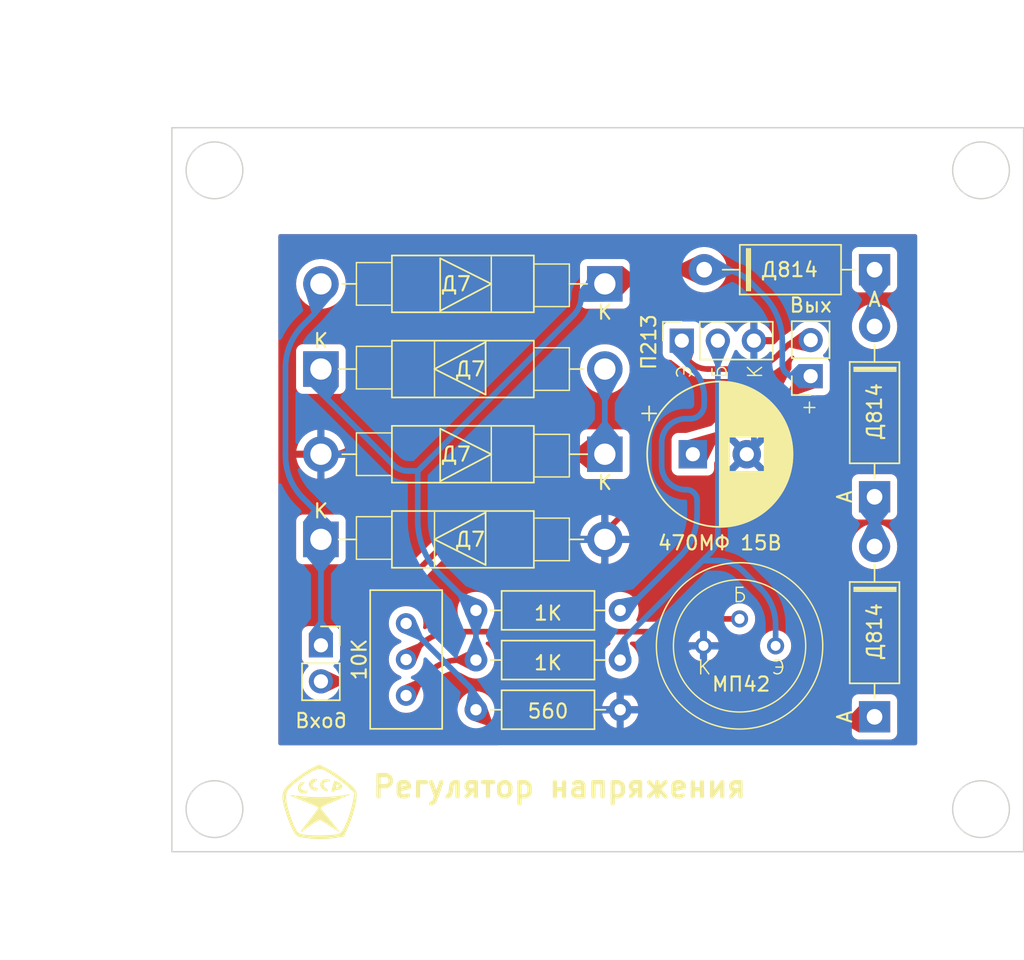
<source format=kicad_pcb>
(kicad_pcb (version 20240108) (generator "pcbnew") (generator_version "8.0")
  (layers (0 "F.Cu" signal) (31 "B.Cu" signal) (34 "B.Paste" user) (35 "F.Paste" user) (36 "B.SilkS" user "B.Silkscreen") (37 "F.SilkS" user "F.Silkscreen") (38 "B.Mask" user) (39 "F.Mask" user) (44 "Edge.Cuts" user))
  (net 0 "")
  (net 1 "Net-(D1-A)")
  (net 2 "Net-(D1-K)")
  (net 3 "+12V")
  (net 4 "-12V")
  (net 5 "Net-(J2-Pin_1)")
  (net 6 "Net-(J2-Pin_2)")
  (net 7 "Net-(Q1-B)")
  (net 8 "Net-(D3-K)")
  (net 9 "Net-(D4-K)")
  (net 10 "Net-(D2-A)")
  (footprint "Potentiometer_THT:Potentiometer_Bourns_3296W_Vertical" (layer "F.Cu") (at 115.5 107.42 90)
    (property "Reference" "RV1" (hide yes))
    (property "Value" "10K" (at -2.54 -3.3 90) (layer "F.SilkS"))
    (pad "1" thru_hole circle (at 0 0 90) (size 1.44 1.44) (drill 0.8) (layers "*.Cu" "*.Mask") (net 1 "Net-(D1-A)"))
    (pad "2" thru_hole circle (at -2.54 0 90) (size 1.44 1.44) (drill 0.8) (layers "*.Cu" "*.Mask") (net 7 "Net-(Q1-B)"))
    (pad "3" thru_hole circle (at -5.08 0 90) (size 1.44 1.44) (drill 0.8) (layers "*.Cu" "*.Mask") (net 3 "+12V"))
  )
  (footprint "Soviet:D2" (layer "F.Cu") (at 129.5 83.5 180)
    (property "Reference" "Д7" (at 10.5 0 0) (layer "F.SilkS"))
    (property "Value" "D224" (hide yes))
    (fp_text user "K" (at 0 -2 0) (layer "F.SilkS"))
    (pad "1" thru_hole oval (at 20 0 180) (size 2.5 2.5) (drill 1.5) (layers "*.Cu" "*.Mask") (net 8 "Net-(D3-K)"))
    (pad "2" thru_hole rect (at 0 0 180) (size 2.5 2.5) (drill 1.5) (layers "*.Cu" "*.Mask") (net 3 "+12V"))
  )
  (footprint "Soviet:D2" (layer "F.Cu") (at 109.5 89.5)
    (property "Reference" "Д7" (at 10.5 0 0) (layer "F.SilkS"))
    (property "Value" "D224" (hide yes))
    (fp_text user "K" (at 0 -2 0) (layer "F.SilkS"))
    (pad "1" thru_hole oval (at 20 0) (size 2.5 2.5) (drill 1.5) (layers "*.Cu" "*.Mask") (net 9 "Net-(D4-K)"))
    (pad "2" thru_hole rect (at 0 0) (size 2.5 2.5) (drill 1.5) (layers "*.Cu" "*.Mask") (net 3 "+12V"))
  )
  (footprint "Resistor_THT:R_Axial_DIN0207_L6.3mm_D2.5mm_P10.16mm_Horizontal" (layer "F.Cu") (at 120.42 106.5)
    (property "Reference" "R3" (hide yes))
    (property "Value" "1K" (at 5.08 0.2 0) (layer "F.SilkS"))
    (pad "1" thru_hole circle (at 0 0) (size 1.6 1.6) (drill 0.8) (layers "*.Cu" "*.Mask") (net 3 "+12V"))
    (pad "2" thru_hole oval (at 10.16 0) (size 1.6 1.6) (drill 0.8) (layers "*.Cu" "*.Mask") (net 5 "Net-(J2-Pin_1)"))
  )
  (footprint "Soviet:D9" (layer "F.Cu") (at 148.5 114 90)
    (property "Reference" "Д814" (at 6 0 90) (layer "F.SilkS"))
    (property "Value" "D224")
    (fp_text user "A" (at 0 -2.1 90) (layer "F.SilkS"))
    (pad "1" thru_hole rect (at 0 0 90) (size 2.2 2.2) (drill 1.1) (layers "*.Cu" "*.Mask") (net 1 "Net-(D1-A)"))
    (pad "2" thru_hole oval (at 12 0 90) (size 2.2 2.2) (drill 1.1) (layers "*.Cu" "*.Mask") (net 2 "Net-(D1-K)"))
  )
  (footprint "Connector_PinSocket_2.54mm:PinSocket_1x02_P2.54mm_Vertical" (layer "F.Cu") (at 109.5 108.96)
    (property "Reference" "J1" (hide yes))
    (property "Value" "Bxoд" (at 0 5.31 0) (layer "F.SilkS"))
    (pad "1" thru_hole rect (at 0 0) (size 1.7 1.7) (drill 1) (layers "*.Cu" "*.Mask") (net 8 "Net-(D3-K)"))
    (pad "2" thru_hole oval (at 0 2.54) (size 1.7 1.7) (drill 1) (layers "*.Cu" "*.Mask") (net 9 "Net-(D4-K)"))
  )
  (footprint "Soviet:D2" (layer "F.Cu") (at 109.5 101.5)
    (property "Reference" "D6" (hide yes))
    (property "Value" "Д7" (at 10.5 0 0) (layer "F.SilkS"))
    (fp_text user "K" (at 0 -2 0) (layer "F.SilkS"))
    (pad "1" thru_hole oval (at 20 0) (size 2.5 2.5) (drill 1.5) (layers "*.Cu" "*.Mask") (net 4 "-12V"))
    (pad "2" thru_hole rect (at 0 0) (size 2.5 2.5) (drill 1.5) (layers "*.Cu" "*.Mask") (net 8 "Net-(D3-K)"))
  )
  (footprint "Resistor_THT:R_Axial_DIN0207_L6.3mm_D2.5mm_P10.16mm_Horizontal" (layer "F.Cu") (at 120.42 113.5)
    (property "Reference" "R1" (hide yes))
    (property "Value" "560" (at 5.08 0.1 0) (layer "F.SilkS"))
    (pad "1" thru_hole circle (at 0 0) (size 1.6 1.6) (drill 0.8) (layers "*.Cu" "*.Mask") (net 1 "Net-(D1-A)"))
    (pad "2" thru_hole oval (at 10.16 0) (size 1.6 1.6) (drill 0.8) (layers "*.Cu" "*.Mask") (net 4 "-12V"))
  )
  (footprint "Resistor_THT:R_Axial_DIN0207_L6.3mm_D2.5mm_P10.16mm_Horizontal" (layer "F.Cu") (at 120.42 110)
    (property "Reference" "R2" (hide yes))
    (property "Value" "1K" (at 5.08 0.2 0) (layer "F.SilkS"))
    (pad "1" thru_hole circle (at 0 0) (size 1.6 1.6) (drill 0.8) (layers "*.Cu" "*.Mask") (net 3 "+12V"))
    (pad "2" thru_hole oval (at 10.16 0) (size 1.6 1.6) (drill 0.8) (layers "*.Cu" "*.Mask") (net 6 "Net-(J2-Pin_2)"))
  )
  (footprint "LOGO" (layer "F.Cu") (at 109.4 120)
    (property "Reference" "G***" (hide yes))
    (property "Value" "LOGO" (hide yes))
  )
  (footprint "Soviet:D9" (layer "F.Cu") (at 148.5 82.5 180)
    (property "Reference" "Д814" (at 6 0 180) (layer "F.SilkS"))
    (property "Value" "D224" (hide yes))
    (fp_text user "A" (at 0 -2.1 180) (layer "F.SilkS"))
    (pad "1" thru_hole rect (at 0 0 180) (size 2.2 2.2) (drill 1.1) (layers "*.Cu" "*.Mask") (net 10 "Net-(D2-A)"))
    (pad "2" thru_hole oval (at 12 0 180) (size 2.2 2.2) (drill 1.1) (layers "*.Cu" "*.Mask") (net 3 "+12V"))
  )
  (footprint "Connector_PinSocket_2.54mm:PinSocket_1x03_P2.54mm_Vertical" (layer "F.Cu") (at 134.92 87.5 90)
    (property "Reference" "J2" (hide yes))
    (property "Value" "П213" (at -0.1 -2.32 90) (layer "F.SilkS"))
    (fp_text user "Б" (at -2.75 3.25 90) (layer "F.SilkS") (effects (font (thickness 0.1)) (justify left bottom)))
    (fp_text user "К" (at -2.75 5.75 90) (layer "F.SilkS") (effects (font (thickness 0.1)) (justify left bottom)))
    (fp_text user "Э" (at -2.75 0.75 90) (layer "F.SilkS") (effects (font (thickness 0.1)) (justify left bottom)))
    (pad "1" thru_hole rect (at 0 0 90) (size 1.7 1.7) (drill 1) (layers "*.Cu" "*.Mask") (net 5 "Net-(J2-Pin_1)"))
    (pad "2" thru_hole oval (at 0 2.54 90) (size 1.7 1.7) (drill 1) (layers "*.Cu" "*.Mask") (net 6 "Net-(J2-Pin_2)"))
    (pad "3" thru_hole oval (at 0 5.08 90) (size 1.7 1.7) (drill 1) (layers "*.Cu" "*.Mask") (net 4 "-12V"))
  )
  (footprint "Connector_PinSocket_2.54mm:PinSocket_1x02_P2.54mm_Vertical" (layer "F.Cu") (at 144 90 180)
    (property "Reference" "J3" (hide yes))
    (property "Value" "Вых" (at 0 5 0) (layer "F.SilkS"))
    (fp_text user "+" (at -0.6 -1.7 180) (layer "F.SilkS") (effects (font (thickness 0.1)) (justify left bottom)))
    (pad "1" thru_hole rect (at 0 0 180) (size 1.7 1.7) (drill 1) (layers "*.Cu" "*.Mask") (net 3 "+12V"))
    (pad "2" thru_hole oval (at 0 2.54 180) (size 1.7 1.7) (drill 1) (layers "*.Cu" "*.Mask") (net 5 "Net-(J2-Pin_1)"))
  )
  (footprint "Soviet:D9" (layer "F.Cu") (at 148.5 98.5 90)
    (property "Reference" "Д814" (at 6 0 90) (layer "F.SilkS"))
    (property "Value" "D224")
    (fp_text user "A" (at 0 -2.1 90) (layer "F.SilkS"))
    (pad "1" thru_hole rect (at 0 0 90) (size 2.2 2.2) (drill 1.1) (layers "*.Cu" "*.Mask") (net 2 "Net-(D1-K)"))
    (pad "2" thru_hole oval (at 12 0 90) (size 2.2 2.2) (drill 1.1) (layers "*.Cu" "*.Mask") (net 10 "Net-(D2-A)"))
  )
  (footprint "Soviet:D2" (layer "F.Cu") (at 129.5 95.5 180)
    (property "Reference" "D5" (hide yes))
    (property "Value" "Д7" (at 10.5 0 0) (layer "F.SilkS"))
    (fp_text user "K" (at 0 -2 0) (layer "F.SilkS"))
    (pad "1" thru_hole oval (at 20 0 180) (size 2.5 2.5) (drill 1.5) (layers "*.Cu" "*.Mask") (net 4 "-12V"))
    (pad "2" thru_hole rect (at 0 0 180) (size 2.5 2.5) (drill 1.5) (layers "*.Cu" "*.Mask") (net 9 "Net-(D4-K)"))
  )
  (footprint "Capacitor_THT:CP_Radial_D10.0mm_P3.80mm" (layer "F.Cu") (at 135.7 95.5)
    (property "Reference" "C1" (hide yes))
    (property "Value" "470MФ 15B" (at 1.9 6.25 0) (layer "F.SilkS"))
    (pad "1" thru_hole rect (at 0 0) (size 2 2) (drill 1) (layers "*.Cu" "*.Mask") (net 3 "+12V"))
    (pad "2" thru_hole circle (at 3.8 0) (size 2 2) (drill 1) (layers "*.Cu" "*.Mask") (net 4 "-12V"))
  )
  (footprint "Soviet:Soviet-MP38" (layer "F.Cu") (at 136.45 109)
    (property "Reference" "Q1" (hide yes))
    (property "Value" "MП42" (at 2.65 2.7 0) (layer "F.SilkS"))
    (fp_text user "Б" (at 2 -3 0) (layer "F.SilkS") (effects (font (thickness 0.1)) (justify left bottom)))
    (fp_text user "К" (at -0.5 2.1 0) (layer "F.SilkS") (effects (font (thickness 0.1)) (justify left bottom)))
    (fp_text user "Э" (at 4.7 2.1 0) (layer "F.SilkS") (effects (font (thickness 0.1)) (justify left bottom)))
    (pad "1" thru_hole oval (at 0 0) (size 1.2 1.2) (drill 0.7) (layers "*.Cu" "*.Mask") (net 4 "-12V"))
    (pad "2" thru_hole oval (at 2.54 -1.9) (size 1.2 1.2) (drill 0.7) (layers "*.Cu" "*.Mask") (net 7 "Net-(Q1-B)"))
    (pad "3" thru_hole oval (at 5.08 0) (size 1.2 1.2) (drill 0.7) (layers "*.Cu" "*.Mask") (net 6 "Net-(J2-Pin_2)"))
  )
  (gr_line (start 159 72.5) (end 99 72.5) (stroke (width 0.1)) (layer "Edge.Cuts"))
  (gr_circle (center 156 75.5) (end 158 75.5) (stroke (width 0.1)) (fill none) (layer "Edge.Cuts"))
  (gr_line (start 159 123.5) (end 159 72.5) (stroke (width 0.1)) (layer "Edge.Cuts"))
  (gr_circle (center 102 120.5) (end 104 120.5) (stroke (width 0.1)) (fill none) (layer "Edge.Cuts"))
  (gr_circle (center 156 120.5) (end 158 120.5) (stroke (width 0.1)) (fill none) (layer "Edge.Cuts"))
  (gr_circle (center 102 75.5) (end 104 75.5) (stroke (width 0.1)) (fill none) (layer "Edge.Cuts"))
  (gr_line (start 99 123.5) (end 159 123.5) (stroke (width 0.1)) (layer "Edge.Cuts"))
  (gr_line (start 99 72.5) (end 99 123.5) (stroke (width 0.1)) (layer "Edge.Cuts"))
  (gr_text "Регулятор напряжения" (at 113 119.8 0) (layer "F.SilkS") (effects (font (size 1.5 1.5) (thickness 0.3) (bold yes)) (justify left bottom)))
  (segment (start 121.42 114.5) (end 120.42 113.5) (width 0.4) (layer "F.Cu") (net 1))
  (segment (start 144.437639 115.5) (end 123.834213 115.5) (width 0.4) (layer "F.Cu") (net 1))
  (segment (start 147.74915 114) (end 148.5 114) (width 0.4) (layer "F.Cu") (net 1))
  (segment (start 146.467368 114.530931) (end 146.2483 114.75) (width 0.4) (layer "F.Cu") (net 1))
  (arc (start 146.2483 114.75) (mid 145.417561 115.305081) (end 144.437639 115.5) (width 0.4) (layer "F.Cu") (net 1))
  (arc (start 147.74915 114) (mid 147.055454 114.137984) (end 146.467368 114.530931) (width 0.4) (layer "F.Cu") (net 1))
  (arc (start 121.42 114.5) (mid 122.52765 115.240108) (end 123.834213 115.5) (width 0.4) (layer "F.Cu") (net 1))
  (segment (start 120.009878 111.929878) (end 115.5 107.42) (width 0.4) (layer "B.Cu") (net 1))
  (segment (start 120.42 112.92) (end 120.42 113.5) (width 0.4) (layer "B.Cu") (net 1))
  (arc (start 120.009878 111.929878) (mid 120.313412 112.384149) (end 120.42 112.92) (width 0.4) (layer "B.Cu") (net 1))
  (segment (start 148.5 98.5) (end 148.5 102) (width 0.4) (layer "B.Cu") (net 2))
  (segment (start 117.1444 110.855599) (end 115.5 112.5) (width 0.4) (layer "F.Cu") (net 3))
  (segment (start 135.85 95.5) (end 135.7 95.5) (width 0.4) (layer "F.Cu") (net 3))
  (segment (start 130.444593 83.5) (end 129.5 83.5) (width 0.4) (layer "F.Cu") (net 3))
  (segment (start 136.106066 95.393933) (end 139.116116 92.383883) (width 0.4) (layer "F.Cu") (net 3))
  (segment (start 119.21 110) (end 120.42 110) (width 0.4) (layer "F.Cu") (net 3))
  (segment (start 132.858806 82.5) (end 136.5 82.5) (width 0.4) (layer "F.Cu") (net 3))
  (segment (start 141.439339 91.5) (end 141.25 91.5) (width 0.4) (layer "F.Cu") (net 3))
  (segment (start 143.25 90.75) (end 144 90) (width 0.4) (layer "F.Cu") (net 3))
  (arc (start 132.858806 82.5) (mid 132.205525 82.629945) (end 131.6517 83) (width 0.4) (layer "F.Cu") (net 3))
  (arc (start 136.106066 95.393933) (mid 135.988581 95.472434) (end 135.85 95.5) (width 0.4) (layer "F.Cu") (net 3))
  (arc (start 131.6517 83) (mid 131.097874 83.370054) (end 130.444593 83.5) (width 0.4) (layer "F.Cu") (net 3))
  (arc (start 141.25 91.5) (mid 140.09515 91.729713) (end 139.116116 92.383883) (width 0.4) (layer "F.Cu") (net 3))
  (arc (start 143.25 90.75) (mid 142.419261 91.305081) (end 141.439339 91.5) (width 0.4) (layer "F.Cu") (net 3))
  (arc (start 119.21 110) (mid 118.092105 110.222362) (end 117.1444 110.855599) (width 0.4) (layer "F.Cu") (net 3))
  (segment (start 120.42 106.5) (end 120.42 110) (width 0.4) (layer "B.Cu") (net 3))
  (segment (start 137.685175 82.5) (end 136.5 82.5) (width 0.4) (layer "B.Cu") (net 3))
  (segment (start 116.32 96.68) (end 127.264335 85.735664) (width 0.4) (layer "B.Cu") (net 3))
  (segment (start 142 89.146446) (end 142 87.564825) (width 0.4) (layer "B.Cu") (net 3))
  (segment (start 128.67415 83.5) (end 129.5 83.5) (width 0.4) (layer "B.Cu") (net 3))
  (segment (start 116.32 96.68) (end 115.67415 96.68) (width 0.4) (layer "B.Cu") (net 3))
  (segment (start 142.853553 90) (end 144 90) (width 0.4) (layer "B.Cu") (net 3))
  (segment (start 116.32 96.68) (end 116.32 100.146036) (width 0.4) (layer "B.Cu") (net 3))
  (segment (start 117.913792 103.993792) (end 120.42 106.5) (width 0.4) (layer "B.Cu") (net 3))
  (segment (start 139.708395 83.338045) (end 140.631624 84.261274) (width 0.4) (layer "B.Cu") (net 3))
  (segment (start 109.5 90.32585) (end 109.5 89.5) (width 0.4) (layer "B.Cu") (net 3))
  (segment (start 110.083964 91.735664) (end 114.571615 96.223315) (width 0.4) (layer "B.Cu") (net 3))
  (arc (start 127.8483 84.32585) (mid 127.696532 85.088835) (end 127.264335 85.735664) (width 0.4) (layer "B.Cu") (net 3))
  (arc (start 139.708395 83.338045) (mid 138.780133 82.7178) (end 137.685175 82.5) (width 0.4) (layer "B.Cu") (net 3))
  (arc (start 140.631624 84.261274) (mid 141.64437 85.776956) (end 142 87.564825) (width 0.4) (layer "B.Cu") (net 3))
  (arc (start 109.5 90.32585) (mid 109.651767 91.088835) (end 110.083964 91.735664) (width 0.4) (layer "B.Cu") (net 3))
  (arc (start 128.67415 83.5) (mid 128.090185 83.741885) (end 127.8483 84.32585) (width 0.4) (layer "B.Cu") (net 3))
  (arc (start 142.25 89.75) (mid 142.526912 89.935027) (end 142.853553 90) (width 0.4) (layer "B.Cu") (net 3))
  (arc (start 114.571615 96.223315) (mid 115.077462 96.561311) (end 115.67415 96.68) (width 0.4) (layer "B.Cu") (net 3))
  (arc (start 142 89.146446) (mid 142.064972 89.473087) (end 142.25 89.75) (width 0.4) (layer "B.Cu") (net 3))
  (arc (start 116.32 100.146036) (mid 116.734213 102.228426) (end 117.913792 103.993792) (width 0.4) (layer "B.Cu") (net 3))
  (segment (start 138.06066 96.939339) (end 139.5 95.5) (width 0.4) (layer "F.Cu") (net 4))
  (segment (start 132.60445 95.05295) (end 132.60445 95.50145) (width 0.4) (layer "F.Cu") (net 4))
  (segment (start 133.302225 97.302225) (end 132.994419 96.994419) (width 0.4) (layer "F.Cu") (net 4))
  (segment (start 110.32585 95.5) (end 109.5 95.5) (width 0.4) (layer "F.Cu") (net 4))
  (segment (start 129.676776 100.823223) (end 131.758007 98.741992) (width 0.4) (layer "F.Cu") (net 4))
  (segment (start 111.735664 94.916035) (end 112.6517 94) (width 0.4) (layer "F.Cu") (net 4))
  (segment (start 132.60445 96.05295) (end 132.60445 95.50145) (width 0.4) (layer "F.Cu") (net 4))
  (segment (start 131.552225 93.552225) (end 132.287312 94.287312) (width 0.4) (layer "F.Cu") (net 4))
  (segment (start 116.27302 92.5) (end 129.011929 92.5) (width 0.4) (layer "F.Cu") (net 4))
  (segment (start 132.60445 96.6985) (end 132.60445 95.50145) (width 0.4) (layer "F.Cu") (net 4))
  (segment (start 129.5 101.25) (end 129.5 101.5) (width 0.4) (layer "F.Cu") (net 4))
  (segment (start 135.5 98) (end 134.986802 98) (width 0.4) (layer "F.Cu") (net 4))
  (arc (start 132.60445 96.6985) (mid 132.384466 97.804429) (end 131.758007 98.741992) (width 0.4) (layer "F.Cu") (net 4))
  (arc (start 132.60445 96.05295) (mid 132.705799 96.562469) (end 132.994419 96.994419) (width 0.4) (layer "F.Cu") (net 4))
  (arc (start 116.27302 92.5) (mid 114.313175 92.889837) (end 112.6517 94) (width 0.4) (layer "F.Cu") (net 4))
  (arc (start 129.676776 100.823223) (mid 129.545942 101.01903) (end 129.5 101.25) (width 0.4) (layer "F.Cu") (net 4))
  (arc (start 111.735664 94.916035) (mid 111.088835 95.348232) (end 110.32585 95.5) (width 0.4) (layer "F.Cu") (net 4))
  (arc (start 131.552225 93.552225) (mid 130.386727 92.773464) (end 129.011929 92.5) (width 0.4) (layer "F.Cu") (net 4))
  (arc (start 138.06066 96.939339) (mid 136.885819 97.724343) (end 135.5 98) (width 0.4) (layer "F.Cu") (net 4))
  (arc (start 133.302225 97.302225) (mid 134.075115 97.818654) (end 134.986802 98) (width 0.4) (layer "F.Cu") (net 4))
  (arc (start 132.287312 94.287312) (mid 132.522028 94.638589) (end 132.60445 95.05295) (width 0.4) (layer "F.Cu") (net 4))
  (segment (start 139.75 95.25) (end 139.5 95.5) (width 0.4) (layer "B.Cu") (net 4))
  (segment (start 135.94915 109) (end 136.45 109) (width 0.4) (layer "B.Cu") (net 4))
  (segment (start 132.705078 111.743221) (end 135.094145 109.354154) (width 0.4) (layer "B.Cu") (net 4))
  (segment (start 130.58 112.2983) (end 130.58 113.5) (width 0.4) (layer "B.Cu") (net 4))
  (segment (start 129.3261 103.448565) (end 129.3261 110.157758) (width 0.4) (layer "B.Cu") (net 4))
  (segment (start 129.5 103.028734) (end 129.5 101.5) (width 0.4) (layer "B.Cu") (net 4))
  (segment (start 131.365 112.2983) (end 130.58 112.2983) (width 0.4) (layer "B.Cu") (net 4))
  (segment (start 130.58 112.2983) (end 129.95305 111.67135) (width 0.4) (layer "B.Cu") (net 4))
  (segment (start 140 94.646446) (end 140 87.5) (width 0.4) (layer "B.Cu") (net 4))
  (arc (start 140 94.646446) (mid 139.935027 94.973087) (end 139.75 95.25) (width 0.4) (layer "B.Cu") (net 4))
  (arc (start 129.41305 103.23865) (mid 129.348697 103.334959) (end 129.3261 103.448565) (width 0.4) (layer "B.Cu") (net 4))
  (arc (start 132.705078 111.743221) (mid 132.090245 112.154039) (end 131.365 112.2983) (width 0.4) (layer "B.Cu") (net 4))
  (arc (start 135.94915 109) (mid 135.486424 109.092041) (end 135.094145 109.354154) (width 0.4) (layer "B.Cu") (net 4))
  (arc (start 129.5 103.028734) (mid 129.477402 103.142339) (end 129.41305 103.23865) (width 0.4) (layer "B.Cu") (net 4))
  (arc (start 129.3261 110.157758) (mid 129.489038 110.976908) (end 129.95305 111.67135) (width 0.4) (layer "B.Cu") (net 4))
  (segment (start 139.265802 89.5) (end 136.763675 89.5) (width 0.4) (layer "F.Cu") (net 5))
  (segment (start 143.37415 87.46) (end 144 87.46) (width 0.4) (layer "F.Cu") (net 5))
  (segment (start 135.245269 88.745269) (end 135.46 88.96) (width 0.4) (layer "F.Cu") (net 5))
  (segment (start 141.728299 88.479999) (end 142.305757 87.902542) (width 0.4) (layer "F.Cu") (net 5))
  (segment (start 134.92 87.96) (end 134.92 87.5) (width 0.4) (layer "F.Cu") (net 5))
  (arc (start 143.37415 87.46) (mid 142.795939 87.575012) (end 142.305757 87.902542) (width 0.4) (layer "F.Cu") (net 5))
  (arc (start 141.728299 88.479999) (mid 140.598496 89.23491) (end 139.265802 89.5) (width 0.4) (layer "F.Cu") (net 5))
  (arc (start 134.92 87.96) (mid 135.004534 88.384984) (end 135.245269 88.745269) (width 0.4) (layer "F.Cu") (net 5))
  (arc (start 135.46 88.96) (mid 136.058131 89.359658) (end 136.763675 89.5) (width 0.4) (layer "F.Cu") (net 5))
  (segment (start 136 99.75) (end 136 98.75) (width 0.4) (layer "B.Cu") (net 5))
  (segment (start 130.79 106.5) (end 130.58 106.5) (width 0.4) (layer "B.Cu") (net 5))
  (segment (start 135.71 89.5417) (end 135.362542 89.194242) (width 0.4) (layer "B.Cu") (net 5))
  (segment (start 135.207106 98) (end 135.25 98) (width 0.4) (layer "B.Cu") (net 5))
  (segment (start 134.92 88.12585) (end 134.92 87.5) (width 0.4) (layer "B.Cu") (net 5))
  (segment (start 134.762563 102.737436) (end 131.148492 106.351507) (width 0.4) (layer "B.Cu") (net 5))
  (segment (start 133.5 94.707106) (end 133.5 96.292893) (width 0.4) (layer "B.Cu") (net 5))
  (segment (start 136.5 92) (end 136.5 91.448928) (width 0.4) (layer "B.Cu") (net 5))
  (segment (start 135.207106 93) (end 135.5 93) (width 0.4) (layer "B.Cu") (net 5))
  (arc (start 136 99.75) (mid 135.6784 101.366788) (end 134.762563 102.737436) (width 0.4) (layer "B.Cu") (net 5))
  (arc (start 133.5 96.292893) (mid 133.629945 96.946174) (end 134 97.5) (width 0.4) (layer "B.Cu") (net 5))
  (arc (start 135.207106 93) (mid 134.553825 93.129945) (end 134 93.5) (width 0.4) (layer "B.Cu") (net 5))
  (arc (start 134 93.5) (mid 133.629945 94.053825) (end 133.5 94.707106) (width 0.4) (layer "B.Cu") (net 5))
  (arc (start 134.92 88.12585) (mid 135.035012 88.704059) (end 135.362542 89.194242) (width 0.4) (layer "B.Cu") (net 5))
  (arc (start 136 98.75) (mid 135.78033 98.219669) (end 135.25 98) (width 0.4) (layer "B.Cu") (net 5))
  (arc (start 134 97.5) (mid 134.553825 97.870054) (end 135.207106 98) (width 0.4) (layer "B.Cu") (net 5))
  (arc (start 136.5 92) (mid 136.207106 92.707106) (end 135.5 93) (width 0.4) (layer "B.Cu") (net 5))
  (arc (start 131.148492 106.351507) (mid 130.984014 106.461407) (end 130.79 106.5) (width 0.4) (layer "B.Cu") (net 5))
  (arc (start 135.71 89.5417) (mid 136.294685 90.416743) (end 136.5 91.448928) (width 0.4) (layer "B.Cu") (net 5))
  (segment (start 130.58 109.39915) (end 130.58 110) (width 0.4) (layer "B.Cu") (net 6))
  (segment (start 140.479946 104.979946) (end 139.246207 103.746207) (width 0.4) (layer "B.Cu") (net 6))
  (segment (start 136.3806 102.9977) (end 137.43915 102.9977) (width 0.4) (layer "B.Cu") (net 6))
  (segment (start 137.46 101.155048) (end 137.46 87.5) (width 0.4) (layer "B.Cu") (net 6))
  (segment (start 136.3806 102.9977) (end 131.004865 108.373434) (width 0.4) (layer "B.Cu") (net 6))
  (segment (start 136.3806 102.9977) (end 136.9203 102.458) (width 0.4) (layer "B.Cu") (net 6))
  (segment (start 141.53 107.515) (end 141.53 109) (width 0.4) (layer "B.Cu") (net 6))
  (arc (start 137.46 101.155048) (mid 137.319736 101.8602) (end 136.9203 102.458) (width 0.4) (layer "B.Cu") (net 6))
  (arc (start 140.479946 104.979946) (mid 141.257099 106.143038) (end 141.53 107.515) (width 0.4) (layer "B.Cu") (net 6))
  (arc (start 139.246207 103.746207) (mid 138.417122 103.19223) (end 137.43915 102.9977) (width 0.4) (layer "B.Cu") (net 6))
  (arc (start 131.004865 108.373434) (mid 130.690418 108.844036) (end 130.58 109.39915) (width 0.4) (layer "B.Cu") (net 6))
  (segment (start 116.48 108.98) (end 115.5 109.96) (width 0.4) (layer "F.Cu") (net 7))
  (segment (start 133.157753 108) (end 118.845929 108) (width 0.4) (layer "F.Cu") (net 7))
  (segment (start 135.330546 107.1) (end 138.99 107.1) (width 0.4) (layer "F.Cu") (net 7))
  (arc (start 134.24415 107.55) (mid 133.745706 107.883048) (end 133.157753 108) (width 0.4) (layer "F.Cu") (net 7))
  (arc (start 118.845929 108) (mid 117.565497 108.254693) (end 116.48 108.98) (width 0.4) (layer "F.Cu") (net 7))
  (arc (start 135.330546 107.1) (mid 134.742592 107.216951) (end 134.24415 107.55) (width 0.4) (layer "F.Cu") (net 7))
  (segment (start 109.5 100.67415) (end 109.5 102.32585) (width 0.4) (layer "B.Cu") (net 8))
  (segment (start 109.5 84.32585) (end 109.5 83.5) (width 0.4) (layer "B.Cu") (net 8))
  (segment (start 107 95.580533) (end 107 89.419466) (width 0.4) (layer "B.Cu") (net 8))
  (segment (start 108.916035 85.735664) (end 108.25 86.4017) (width 0.4) (layer "B.Cu") (net 8))
  (segment (start 109.5 102.32585) (end 109.5 108.96) (width 0.4) (layer "B.Cu") (net 8))
  (segment (start 108.25 98.5983) (end 108.916035 99.264335) (width 0.4) (layer "B.Cu") (net 8))
  (arc (start 108.916035 99.264335) (mid 109.348232 99.911163) (end 109.5 100.67415) (width 0.4) (layer "B.Cu") (net 8))
  (arc (start 109.5 84.32585) (mid 109.348232 85.088835) (end 108.916035 85.735664) (width 0.4) (layer "B.Cu") (net 8))
  (arc (start 108.25 86.4017) (mid 107.324864 87.786262) (end 107 89.419466) (width 0.4) (layer "B.Cu") (net 8))
  (arc (start 107 95.580533) (mid 107.324864 97.213736) (end 108.25 98.5983) (width 0.4) (layer "B.Cu") (net 8))
  (segment (start 112 110.25) (end 112 109.75) (width 0.4) (layer "F.Cu") (net 9))
  (segment (start 122.906207 97.093792) (end 113.237436 106.762563) (width 0.4) (layer "F.Cu") (net 9))
  (segment (start 110.75 111.5) (end 109.5 111.5) (width 0.4) (layer "F.Cu") (net 9))
  (segment (start 126.753963 95.5) (end 129.5 95.5) (width 0.4) (layer "F.Cu") (net 9))
  (arc (start 112 110.25) (mid 111.633883 111.133883) (end 110.75 111.5) (width 0.4) (layer "F.Cu") (net 9))
  (arc (start 126.753963 95.5) (mid 124.671572 95.914213) (end 122.906207 97.093792) (width 0.4) (layer "F.Cu") (net 9))
  (arc (start 113.237436 106.762563) (mid 112.321599 108.13321) (end 112 109.75) (width 0.4) (layer "F.Cu") (net 9))
  (segment (start 129.5 89.5) (end 129.5 95.5) (width 0.4) (layer "B.Cu") (net 9))
  (segment (start 148.5 82.5) (end 148.5 86.5) (width 0.4) (layer "B.Cu") (net 10))
  (zone (net 4) (net_name "-12V") (layers "F&B.Cu") (connect_pads (clearance 0.5)) (min_thickness 0.25) (fill yes (thermal_gap 0.5) (thermal_bridge_width 0.5))
    (polygon (pts (xy 106.5 80) (xy 106.5 116) (xy 151.5 116) (xy 151.5 80)))
  )
)
</source>
